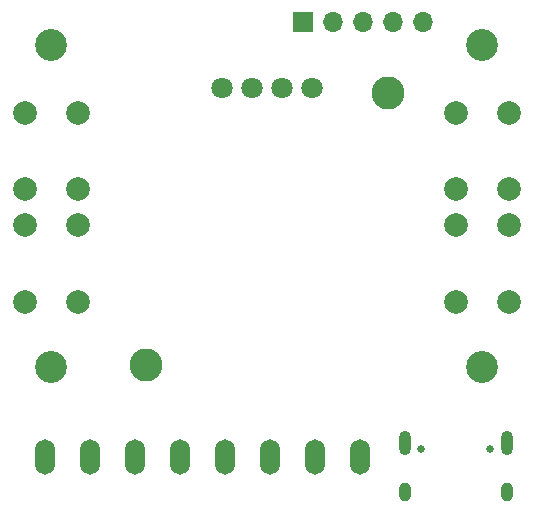
<source format=gbr>
%TF.GenerationSoftware,KiCad,Pcbnew,5.1.10*%
%TF.CreationDate,2021-05-04T11:05:08+02:00*%
%TF.ProjectId,Mainboard,4d61696e-626f-4617-9264-2e6b69636164,rev?*%
%TF.SameCoordinates,Original*%
%TF.FileFunction,Soldermask,Top*%
%TF.FilePolarity,Negative*%
%FSLAX46Y46*%
G04 Gerber Fmt 4.6, Leading zero omitted, Abs format (unit mm)*
G04 Created by KiCad (PCBNEW 5.1.10) date 2021-05-04 11:05:08*
%MOMM*%
%LPD*%
G01*
G04 APERTURE LIST*
%ADD10C,2.000000*%
%ADD11O,1.700000X3.000000*%
%ADD12O,1.700000X1.700000*%
%ADD13R,1.700000X1.700000*%
%ADD14O,1.000000X2.100000*%
%ADD15C,0.650000*%
%ADD16O,1.000000X1.600000*%
%ADD17C,2.800000*%
%ADD18C,1.800000*%
%ADD19C,2.700000*%
G04 APERTURE END LIST*
D10*
%TO.C,SW4*%
X20500000Y-3500000D03*
X16000000Y-3500000D03*
X20500000Y3000000D03*
X16000000Y3000000D03*
%TD*%
%TO.C,SW3*%
X16000000Y12500000D03*
X20500000Y12500000D03*
X16000000Y6000000D03*
X20500000Y6000000D03*
%TD*%
%TO.C,SW2*%
X-16000000Y-3500000D03*
X-20500000Y-3500000D03*
X-16000000Y3000000D03*
X-20500000Y3000000D03*
%TD*%
%TO.C,SW1*%
X-20500000Y12500000D03*
X-16000000Y12500000D03*
X-20500000Y6000000D03*
X-16000000Y6000000D03*
%TD*%
D11*
%TO.C,J6*%
X-18765000Y-16700000D03*
X-14955000Y-16700000D03*
%TD*%
%TO.C,J5*%
X-11145000Y-16700000D03*
X-7335000Y-16700000D03*
%TD*%
%TO.C,J4*%
X-3525000Y-16700000D03*
X285000Y-16700000D03*
%TD*%
D12*
%TO.C,J3*%
X13260000Y20200000D03*
X10720000Y20200000D03*
X8180000Y20200000D03*
X5640000Y20200000D03*
D13*
X3100000Y20200000D03*
%TD*%
D14*
%TO.C,J2*%
X11680000Y-15470000D03*
X20320000Y-15470000D03*
D15*
X18890000Y-16000000D03*
D16*
X20320000Y-19650000D03*
D15*
X13110000Y-16000000D03*
D16*
X11680000Y-19650000D03*
%TD*%
D11*
%TO.C,J1*%
X4095000Y-16700000D03*
X7905000Y-16700000D03*
%TD*%
D17*
%TO.C,DS1*%
X-10250000Y-8880000D03*
X10250000Y14120000D03*
D18*
X-3810000Y14620000D03*
X-1270000Y14620000D03*
X1270000Y14620000D03*
X3810000Y14620000D03*
%TD*%
D19*
%TO.C,REF\u002A\u002A*%
X18250000Y-9000000D03*
%TD*%
%TO.C,REF\u002A\u002A*%
X18250000Y18250000D03*
%TD*%
%TO.C,REF\u002A\u002A*%
X-18250000Y18250000D03*
%TD*%
%TO.C,REF\u002A\u002A*%
X-18250000Y-9000000D03*
%TD*%
M02*

</source>
